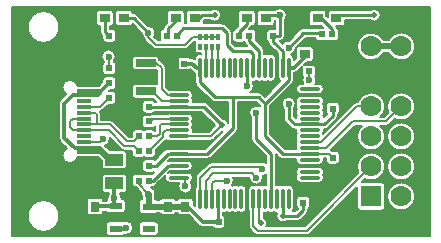
<source format=gtl>
G04 Layer: TopLayer*
G04 EasyEDA Pro v2.1.49.573a4102.674264, 2024-02-29 22:23:28*
G04 Gerber Generator version 0.3*
G04 Scale: 100 percent, Rotated: No, Reflected: No*
G04 Dimensions in millimeters*
G04 Leading zeros omitted, absolute positions, 3 integers and 5 decimals*
%FSLAX35Y35*%
%MOMM*%
%ADD8191C,0.2032*%
%ADD10R,0.56566X0.54*%
%ADD11R,0.8X0.9*%
%ADD12R,0.56566X0.54*%
%ADD13R,1.55001X1.0*%
%ADD14R,1.1049X0.6223*%
%ADD15R,0.3096X0.505*%
%ADD16R,0.3X0.505*%
%ADD17R,1.7X0.65001*%
%ADD18R,1.7X0.5*%
%ADD19R,0.54X0.56566*%
%ADD20R,1.3X0.3*%
%ADD21O,1.8X1.2*%
%ADD22O,2.0X1.2*%
%ADD23R,0.54X0.56566*%
%ADD24O,0.28001X1.8*%
%ADD25O,1.8X0.28001*%
%ADD26R,1.778X1.778*%
%ADD27C,1.778*%
%ADD28R,0.9X0.8*%
%ADD29R,0.9X0.8*%
%ADD30C,0.6*%
%ADD31C,0.5*%
%ADD32C,0.15001*%
%ADD33C,0.3*%
%ADD34C,0.25*%
G75*


G04 Copper Start*
G36*
G01X1969586Y969578D02*
G01X1969586Y-969586D01*
G01X-1569583D01*
G01Y968689D01*
G01X1969586Y969578D01*
G37*
%LPC*%
G36*
G01X928989Y-962922D02*
G03X955799Y-951817I0J37915D01*
G01X1353683Y-553933D01*
G01Y-723900D01*
G03X1384097Y-754314I30414J0D01*
G01X1561897D01*
G03X1592311Y-723900I0J30414D01*
G01Y-546100D01*
G03X1561897Y-515686I-30414J0D01*
G01X1391930D01*
G01X1419812Y-487804D01*
G03X1472997Y-500314I53185J106804D01*
G03X1592311Y-381000I0J119314D01*
G03X1472997Y-261686I-119314J0D01*
G03X1353683Y-381000I0J-119314D01*
G03X1366192Y-434185I119314J0D01*
G01X913285Y-887093D01*
G01X587166D01*
G03X592918Y-862507I-49661J24586D01*
G03X562908Y-813259I-55414J0D01*
G01Y-773724D01*
G03X575006Y-775404I12098J42735D01*
G03X600000Y-767704I0J44414D01*
G03X624993Y-775404I24994J36715D01*
G03X649999Y-767695I0J44414D01*
G03X675006Y-775404I25006J36706D01*
G01X675354Y-775402D01*
G03X669592Y-800007I49652J-24604D01*
G03X725006Y-855420I55414J0D01*
G03X760064Y-842920I0J55414D01*
G01X849993D01*
G03X880338Y-830351I0J42914D01*
G01X928908Y-781782D01*
G03X941477Y-751437I-30345J30345D01*
G01Y-740765D01*
G03X955977Y-714846I-15914J25918D01*
G01Y-658280D01*
G03X925563Y-627866I-30414J0D01*
G01X871563D01*
G03X841149Y-658280I0J-30414D01*
G01Y-714846D01*
G03X851557Y-737754I30414J0D01*
G01X832218Y-757093D01*
G01X810940D01*
G03X819420Y-730989I-35934J26103D01*
G01Y-578991D01*
G03X775006Y-534576I-44414J0D01*
G03X749999Y-542285I0J-44414D01*
G03X724993Y-534576I-25006J-36706D01*
G03X699999Y-542276I0J-44414D01*
G03X675006Y-534576I-24994J-36715D01*
G03X667907Y-535147I0J-44414D01*
G01Y-278597D01*
G01X694661Y-305351D01*
G03X725006Y-317920I30345J30345D01*
G01X835143D01*
G03X834576Y-324993I43848J-7073D01*
G03X878991Y-369408I44414J0D01*
G01X1030989D01*
G03X1075404Y-324993I0J44414D01*
G03X1073731Y-312921I-44414J0D01*
G01X1092584D01*
G01Y-335001D01*
G03X1122998Y-365415I30414J0D01*
G01X1176998D01*
G03X1207412Y-335001I0J30414D01*
G01Y-278435D01*
G03X1176998Y-248021I-30414J0D01*
G01X1144919D01*
G03X1133389Y-240230I-26633J-26985D01*
G01X1335704Y-37915D01*
G01X1393627D01*
G03X1353683Y-127000I79370J-89085D01*
G03X1472997Y-246314I119314J0D01*
G03X1592311Y-127000I0J119314D01*
G03X1552367Y-37915I-119314J0D01*
G01X1599997D01*
G03X1626806Y-26810I0J37915D01*
G01X1673812Y20196D01*
G03X1726997Y7686I53185J106804D01*
G03X1846311Y127000I0J119314D01*
G03X1726997Y246314I-119314J0D01*
G03X1607683Y127000I0J-119314D01*
G03X1620192Y73815I119314J0D01*
G01X1584292Y37915D01*
G01X1552367D01*
G03X1592311Y127000I-79370J89085D01*
G03X1472997Y246314I-119314J0D01*
G03X1359867Y164915I0J-119314D01*
G01X1351998D01*
G03X1325188Y153810I0J-37915D01*
G01X1069135Y-102244D01*
G03X1067704Y-100000I-38145J-22750D01*
G03X1075404Y-75006I-36715J24994D01*
G03X1074833Y-67908I-44414J0D01*
G01X1075006D01*
G03X1105351Y-55339I0J42914D01*
G01X1180342Y19653D01*
G03X1192912Y49998I-30345J30345D01*
G01Y54932D01*
G03X1207412Y80851I-15914J25918D01*
G01Y137417D01*
G03X1176998Y167831I-30414J0D01*
G01X1122998D01*
G03X1092584Y137417I0J-30414D01*
G01Y80851D01*
G03X1100120Y60810I30414J0D01*
G01X1074271Y34960D01*
G03X1067695Y50000I-43282J-9967D01*
G03X1075404Y75006I-36706J25006D01*
G03X1067704Y100000I-44414J0D01*
G03X1075404Y124993I-36715J24994D01*
G03X1067695Y149999I-44414J0D01*
G03X1075404Y175006I-36706J25006D01*
G03X1030989Y219420I-44414J0D01*
G01X878991D01*
G03X834576Y175006I0J-44414D01*
G03X842285Y149999I44414J0D01*
G03X834576Y124993I36706J-25006D01*
G03X842276Y100000I44414J0D01*
G03X834576Y75006I36715J-24994D01*
G03X842285Y50000I44414J0D01*
G03X834590Y26099I36706J-25006D01*
G01X817912Y42777D01*
G01Y107476D01*
G03X835412Y150000I-42914J42523D01*
G03X774998Y210414I-60414J0D01*
G03X714585Y150000I0J-60414D01*
G03X732085Y107476I60414J0D01*
G01Y25001D01*
G03X744654Y-5343I42914J0D01*
G01X794649Y-55339D01*
G03X824994Y-67908I30345J30345D01*
G01X835147D01*
G03X834576Y-75006I43843J-7099D01*
G03X842276Y-100000I44414J0D01*
G03X834576Y-124994I36715J-24994D01*
G03X842285Y-150000I44414J0D01*
G03X834576Y-175006I36706J-25006D01*
G03X842276Y-200000I44414J0D01*
G03X834576Y-224993I36715J-24994D01*
G03X835147Y-232092I44414J0D01*
G01X742781D01*
G01X615428Y-104739D01*
G01Y129739D01*
G01X805350Y319662D01*
G03X817919Y350006I-30345J30345D01*
G01Y367543D01*
G03X819420Y378991I-42914J11447D01*
G01Y409617D01*
G03X849605Y422877I-1927J45373D01*
G01X890365Y463637D01*
G03X888051Y451999I28099J-11638D01*
G01Y397999D01*
G03X896132Y377353I30414J0D01*
G03X889584Y349999I53867J-27354D01*
G03X897895Y319420I60414J0D01*
G01X878991D01*
G03X834576Y275006I0J-44414D01*
G03X878991Y230591I44414J0D01*
G01X1030989D01*
G03X1075404Y275006I0J44414D01*
G03X1030989Y319420I-44414J0D01*
G01X1002101D01*
G03X1010412Y349999I-52103J30579D01*
G03X1001066Y382278I-60414J0D01*
G03X1005444Y397999I-26036J15721D01*
G01Y451999D01*
G03X975030Y482413I-30414J0D01*
G01X918465D01*
G03X906827Y480099I0J-30414D01*
G01X926294Y499566D01*
G01X955142D01*
G03X985556Y529980I0J30414D01*
G01Y609979D01*
G03X955142Y640393I-30414J0D01*
G01X865142D01*
G03X834728Y609979I0J-30414D01*
G01Y536450D01*
G01X819420Y521142D01*
G01Y530989D01*
G03X797855Y569075I-44414J0D01*
G03X835412Y624722I-22856J55923D01*
G01X917782Y707092D01*
G01X998223D01*
G03X1028444Y680092I30222J3414D01*
G01X1085010D01*
G03X1100009Y684047I0J30414D01*
G03X1115008Y680092I14999J26458D01*
G01X1171573D01*
G03X1201987Y710506I0J30414D01*
G01Y764506D01*
G03X1185007Y791793I-30414J0D01*
G03X1179604Y804593I-41716J-10068D01*
G01X1225019D01*
G03X1255433Y835007I0J30414D01*
G01Y857086D01*
G01X1464942D01*
G03X1500000Y844586I35058J42914D01*
G03X1555414Y900000I0J55414D01*
G03X1500000Y955414I-55414J0D01*
G03X1464942Y942914I0J-55414D01*
G01X1237111D01*
G03X1225019Y945421I-12092J-27907D01*
G01X1135019D01*
G03X1104605Y915007I0J-30414D01*
G01Y881100D01*
G01X1095413Y890292D01*
G01Y915007D01*
G03X1064999Y945421I-30414J0D01*
G01X974999D01*
G03X944585Y915007I0J-30414D01*
G01Y835007D01*
G03X974999Y804593I30414J0D01*
G01X1059733D01*
G01X1069406Y794920D01*
G01X1028444D01*
G03X1017597Y792920I0J-30414D01*
G01X900006D01*
G03X869661Y780351I0J-42914D01*
G01X774723Y685412D01*
G03X723730Y656959I276J-60413D01*
G01X698604Y682085D01*
G01X700000D01*
G03X742914Y724999I0J42914D01*
G01Y857477D01*
G03X760414Y900000I-42914J42523D01*
G03X700000Y960414I-60414J0D01*
G03X657477Y942914I0J-60414D01*
G01X637106D01*
G03X625014Y945421I-12092J-27907D01*
G01X535014D01*
G03X504600Y915007I0J-30414D01*
G01Y835007D01*
G03X535014Y804593I30414J0D01*
G01X625014D01*
G03X655428Y835007I0J30414D01*
G01Y857086D01*
G01X657086D01*
G01Y782413D01*
G01X614998D01*
G03X584584Y751999I0J-30414D01*
G01Y697998D01*
G03X600731Y671138I30414J0D01*
G03X612936Y646375I42549J5581D01*
G01X682079Y577231D01*
G01Y542436D01*
G03X680579Y530989I42914J-11447D01*
G01Y378991D01*
G03X704104Y339795I44414J0D01*
G01X574999Y210689D01*
G01X550271Y235418D01*
G03X519926Y247987I-30345J-30345D01*
G01X450732D01*
G03X480414Y300000I-30733J52013D01*
G03X469280Y334947I-60414J0D01*
G03X475006Y334576I5726J44044D01*
G03X500000Y342276I0J44414D01*
G03X524993Y334576I24994J36715D01*
G03X550000Y342285I0J44414D01*
G03X575006Y334576I25006J36706D01*
G03X600000Y342276I0J44414D01*
G03X624993Y334576I24994J36715D01*
G03X669408Y378991I0J44414D01*
G01Y530989D01*
G03X624993Y575404I-44414J0D01*
G03X600000Y567704I0J-44414D01*
G03X575006Y575404I-24994J-36715D01*
G03X567907Y574833I0J-44414D01*
G01Y600004D01*
G03X555338Y630349I-42914J0D01*
G01X499564Y686124D01*
G03X501978Y697998I-28000J11875D01*
G01Y751999D01*
G03X471564Y782413I-30414J0D01*
G01X439466D01*
G01X450339Y793286D01*
G03X458454Y804593I-30345J30345D01*
G01X464994D01*
G03X495408Y835007I0J30414D01*
G01Y915007D01*
G03X464994Y945421I-30414J0D01*
G01X374994D01*
G03X344580Y915007I0J-30414D01*
G01Y835007D01*
G03X351440Y815766I30414J0D01*
G01X326373Y790699D01*
G03X319059Y780932I30345J-30345D01*
G03X298021Y751999I9376J-28933D01*
G01Y697998D01*
G03X328435Y667584I30414J0D01*
G01X385000D01*
G01X385001D01*
G03X399999Y671540I0J30414D01*
G01X401837Y670579D01*
G03X412936Y651372I41443J11138D01*
G01X421394Y642914D01*
G01X317775D01*
G01X292914Y667776D01*
G01Y750000D01*
G03X280345Y780345I-42914J0D01*
G01X242838Y817851D01*
G03X212494Y830420I-30345J-30345D01*
G01X55076D01*
G03X55424Y835007I-30066J4587D01*
G01Y857058D01*
G01X55453Y857088D01*
G01X114939D01*
G03X150000Y844586I35061J42912D01*
G03X205414Y900000I0J55414D01*
G03X150000Y955414I-55414J0D01*
G03X114944Y942916I0J-55414D01*
G01X37678D01*
G01X37107Y942912D01*
G03X25010Y945421I-12097J-27905D01*
G01X-64990D01*
G03X-95404Y915007I0J-30414D01*
G01Y835007D01*
G03X-95056Y830420I30414J0D01*
G01X-104944D01*
G03X-104596Y835007I-30066J4587D01*
G01Y915007D01*
G03X-135010Y945421I-30414J0D01*
G01X-225010D01*
G03X-255424Y915007I0J-30414D01*
G01Y836646D01*
G01X-273625Y818445D01*
G03X-286194Y788100I30345J-30345D01*
G01Y782338D01*
G03X-314480Y751999I2128J-30339D01*
G01Y697998D01*
G03X-312760Y687915I30414J0D01*
G01X-334295D01*
G01X-362493Y716112D01*
G03X-352089Y750006I-50010J33894D01*
G03X-412227Y810419I-60414J0D01*
G01X-507160Y905352D01*
G03X-537504Y917921I-30345J-30345D01*
G01X-544716D01*
G03X-574990Y945421I-30274J-2914D01*
G01X-664990D01*
G03X-695404Y915007I0J-30414D01*
G01Y835007D01*
G03X-664990Y804593I30414J0D01*
G01X-574990D01*
G03X-546794Y823607I0J30414D01*
G01X-472917Y749730D01*
G03X-448864Y701759I60413J276D01*
G03X-439313Y685694I36360J10744D01*
G01X-376810Y623190D01*
G03X-350000Y612085I26810J26810D01*
G01X-100000D01*
G03X-73190Y623190I0J37915D01*
G01X-17301Y679080D01*
G03X-14883Y674999I27295J13417D01*
G03X-20420Y657501I24876J-17498D01*
G01Y607000D01*
G03X9994Y576586I30414J0D01*
G01X37092D01*
G01Y573724D01*
G03X24994Y575404I-12098J-42735D01*
G03X-19420Y530989I0J-44414D01*
G01Y530629D01*
G03X-40299Y535713I-20879J-40330D01*
G01X-54229D01*
G03X-78435Y547713I-24206J-18414D01*
G01X-135001D01*
G03X-165415Y517299I0J-30414D01*
G01Y463299D01*
G03X-135001Y432885I30414J0D01*
G01X-78435D01*
G03X-56478Y442253I0J30414D01*
G01X-37102Y422877D01*
G03X-19420Y411930I32112J32112D01*
G01Y378991D01*
G03X-17920Y367543I44414J0D01*
G01Y335005D01*
G03X-5350Y304661I42914J0D01*
G01X124582Y174728D01*
G03X154927Y162159I30345J30345D01*
G01X262159D01*
G01Y-11289D01*
G03X215554Y25135I-52159J-18711D01*
G01X85351Y155338D01*
G03X55007Y167907I-30345J-30345D01*
G01X-35147D01*
G03X-34576Y175006I-43843J7099D01*
G03X-42276Y199999I-44414J0D01*
G03X-34576Y224993I-36715J24994D01*
G03X-78991Y269407I-44414J0D01*
G01X-230989D01*
G03X-239887Y268507I0J-44414D01*
G01X-262085Y290705D01*
G01Y450000D01*
G03X-273190Y476810I-37915J0D01*
G01X-318179Y521799D01*
G03X-321151Y524472I-26810J-26810D01*
G01Y527489D01*
G03X-351565Y557903I-30414J0D01*
G01X-521565D01*
G03X-551979Y527489I0J-30414D01*
G01Y462488D01*
G03X-521565Y432074I30414J0D01*
G01X-351565D01*
G03X-338597Y434978I0J30414D01*
G01X-337914Y434295D01*
G01Y314689D01*
G03X-351565Y317924I-13650J-27179D01*
G01X-521565D01*
G03X-551979Y287510I0J-30414D01*
G01Y222509D01*
G03X-521565Y192095I30414J0D01*
G01X-370714D01*
G01X-346526Y167907D01*
G01X-352513D01*
G03X-378436Y182414I-25922J-15907D01*
G01X-435001D01*
G03X-465415Y152000I0J-30414D01*
G01Y98000D01*
G03X-435001Y67586I30414J0D01*
G01X-378436D01*
G03X-352521Y82079I0J30414D01*
G01X-242437D01*
G03X-230989Y80579I11447J42914D01*
G01X-78991D01*
G03X-67544Y82079I0J44414D01*
G01X37231D01*
G01X152845Y-33535D01*
G01X99302Y-87079D01*
G01X-36249D01*
G03X-34576Y-75006I-42742J12073D01*
G03X-42285Y-50000I-44414J0D01*
G03X-34576Y-24994I-36706J25006D01*
G03X-42276Y-0I-44414J0D01*
G03X-34576Y24993I-36715J24994D01*
G03X-78991Y69408I-44414J0D01*
G01X-230989D01*
G03X-254122Y62908I0J-44414D01*
G01X-375007D01*
G03X-394664Y57414I0J-37915D01*
G01X-435000D01*
G03X-465414Y27000I0J-30414D01*
G01Y-27000D01*
G03X-435000Y-57414I30414J0D01*
G01X-378435D01*
G03X-355642Y-47138I0J30414D01*
G01Y-77862D01*
G03X-378435Y-67586I-22792J-20138D01*
G01X-435000D01*
G03X-449999Y-71541I0J-30414D01*
G03X-464998Y-67586I-14999J-26458D01*
G01X-521564D01*
G03X-551978Y-98000I0J-30414D01*
G01Y-129286D01*
G01X-579602D01*
G01X-710703Y1816D01*
G03X-737513Y12920I-26809J-26809D01*
G01X-812093D01*
G01Y60006D01*
G03X-823198Y86815I-37914J0D01*
G01X-823489Y87107D01*
G03X-798195Y98181I-1515J37884D01*
G01X-753790Y142586D01*
G01X-714999D01*
G03X-684585Y173000I0J30414D01*
G01Y227000D01*
G03X-714999Y257414I-30414J0D01*
G01X-746633D01*
G01X-736463Y267585D01*
G01X-714997D01*
G03X-684583Y297999I0J30414D01*
G01Y352000D01*
G03X-714997Y382414I-30414J0D01*
G01X-771563D01*
G03X-801977Y352000I0J-30414D01*
G01Y330521D01*
G01X-832091Y300407D01*
G01X-958496D01*
G01X-958977Y300405D01*
G01X-1012089D01*
G03X-1076502Y354416I-64414J-11403D01*
G03X-1141917Y289001I0J-65415D01*
G03X-1107748Y231531I65415J0D01*
G01X-1157053Y182226D01*
G03X-1170354Y150114I32112J-32112D01*
G01Y-137414D01*
G03X-1157099Y-169480I45414J0D01*
G01X-1099125Y-227622D01*
G03X-1141917Y-289001I22623J-61379D01*
G03X-1076502Y-354416I65415J0D01*
G03X-1012093Y-300430I0J65415D01*
G01X-958519D01*
G01X-893519D01*
G01X-838697D01*
G01X-807913Y-331214D01*
G01Y-375016D01*
G03X-777499Y-405430I30414J0D01*
G01X-622498D01*
G03X-592084Y-375016I0J30414D01*
G01Y-275016D01*
G03X-614351Y-245714I-30414J0D01*
G01X-551979D01*
G01Y-277000D01*
G03X-521565Y-307414I30414J0D01*
G01X-464999D01*
G03X-450000Y-303459I0J30414D01*
G03X-435001Y-307414I14999J26458D01*
G01X-378436D01*
G03X-348022Y-277000I0J30414D01*
G01Y-244922D01*
G01X-260914Y-157814D01*
G03X-230989Y-169408I29925J32820D01*
G01X-78991D01*
G03X-55858Y-162908I0J44414D01*
G01X115006D01*
G03X141816Y-151803I0J37915D01*
G01X208233Y-85386D01*
G01X210000Y-85414D01*
G03X214044Y-85266I0J55414D01*
G01X67218Y-232092D01*
G01X-67544D01*
G03X-78991Y-230592I-11447J-42914D01*
G01X-230989D01*
G03X-242437Y-232092I0J-44414D01*
G01X-250006D01*
G03X-280351Y-244661I0J-42914D01*
G01X-359717Y-324028D01*
G03X-378436Y-317585I-18718J-23971D01*
G01X-435001D01*
G03X-465415Y-347999I0J-30414D01*
G01Y-401999D01*
G03X-435001Y-432413I30414J0D01*
G01X-378436D01*
G03X-364950Y-429260I0J30414D01*
G01X-378276Y-442586D01*
G01X-378436D01*
G01X-435001D01*
G03X-450000Y-446541I0J-30414D01*
G03X-464999Y-442586I-14999J-26458D01*
G01X-521565D01*
G03X-551979Y-473000I0J-30414D01*
G01Y-527000D01*
G03X-521565Y-557414I30414J0D01*
G01X-521168D01*
G01X-520091Y-558536D01*
G01X-472572Y-606055D01*
G03X-472917Y-612505I60069J-6450D01*
G03X-465701Y-641138I60414J0D01*
G01Y-658268D01*
G03X-495951Y-688682I164J-30414D01*
G01Y-750912D01*
G03X-465537Y-781326I30414J0D01*
G01X-355047D01*
G03X-337008Y-775398I0J30414D01*
G01X-318500D01*
G03X-289977Y-795258I28524J10554D01*
G01X-209977D01*
G03X-181453Y-775398I0J30414D01*
G01X-168499D01*
G03X-139975Y-795258I28524J10554D01*
G01X-68967D01*
G01X17725Y-881950D01*
G03X49838Y-895251I32112J32112D01*
G01X129103D01*
G03X153437Y-907421I24334J18244D01*
G01X210003D01*
G03X240417Y-877007I0J30414D01*
G01Y-823007D01*
G03X217921Y-793641I-30414J0D01*
G01Y-774837D01*
G03X224994Y-775404I7073J43848D01*
G03X250000Y-767695I0J44414D01*
G03X275007Y-775404I25006J36706D01*
G03X300000Y-767704I0J44414D01*
G03X324994Y-775404I24994J36715D01*
G03X350000Y-767695I0J44414D01*
G03X375006Y-775404I25006J36706D01*
G03X419421Y-730989I0J44414D01*
G01Y-578991D01*
G03X375006Y-534576I-44414J0D01*
G03X350000Y-542285I0J-44414D01*
G03X324994Y-534576I-25006J-36706D01*
G03X300000Y-542276I0J-44414D01*
G03X295594Y-539636I-24994J-36715D01*
G03X310414Y-500000I-45594J39636D01*
G03X305187Y-475418I-60414J0D01*
G01X439587D01*
G03X499999Y-535413I60412J419D01*
G03X560413Y-474999I0J60414D01*
G03X558474Y-459817I-60414J0D01*
G03X582079Y-451193I-8474J59817D01*
G01Y-535143D01*
G03X575006Y-534576I-7073J-43848D01*
G03X550000Y-542285I0J-44414D01*
G03X524993Y-534576I-25006J-36706D01*
G03X500000Y-542276I0J-44414D01*
G03X475006Y-534576I-24994J-36715D01*
G03X430592Y-578991I0J-44414D01*
G01Y-730989D01*
G03X437092Y-754122I44414J0D01*
G01Y-887510D01*
G03X448197Y-914319I37915J0D01*
G01X485695Y-951817D01*
G03X512504Y-962922I26810J26810D01*
G01X928989D01*
G37*
G36*
G01X-935264Y-764844D02*
G03X-904850Y-795258I30414J0D01*
G01X-824850D01*
G03X-794436Y-764844I0J30414D01*
G01Y-762671D01*
G01X-771780D01*
G03X-744937Y-778786I26843J14299D01*
G01X-634447D01*
G03X-604033Y-748372I0J30414D01*
G01Y-686142D01*
G03X-634447Y-655728I-30414J0D01*
G01X-639858D01*
G03X-639586Y-650000I-60142J5728D01*
G03X-654586Y-610158I-60414J0D01*
G01Y-605430D01*
G01X-622498D01*
G03X-592084Y-575016I0J30414D01*
G01Y-475016D01*
G03X-622498Y-444602I-30414J0D01*
G01X-777499D01*
G03X-807913Y-475016I0J-30414D01*
G01Y-575016D01*
G03X-777499Y-605430I30414J0D01*
G01X-745414D01*
G01Y-610158D01*
G03X-760414Y-650000I45414J-39842D01*
G03X-759658Y-659528I60414J0D01*
G03X-771780Y-671843I14721J-26614D01*
G01X-794584D01*
G03X-824850Y-644430I-30265J-3002D01*
G01X-904850D01*
G03X-935264Y-674844I0J-30414D01*
G01Y-764844D01*
G37*
G36*
G01X1472997Y515686D02*
G03X1578662Y579586I0J119314D01*
G01X1621332D01*
G03X1726997Y515686I105665J55414D01*
G03X1846311Y635000I0J119314D01*
G03X1726997Y754314I-119314J0D01*
G03X1621332Y690414I0J-119314D01*
G01X1578662D01*
G03X1472997Y754314I-105665J-55414D01*
G03X1353683Y635000I0J-119314D01*
G03X1472997Y515686I119314J0D01*
G37*
G36*
G01X-1300011Y-935422D02*
G03X-1164596Y-800007I0J135415D01*
G03X-1300011Y-664592I-135415J0D01*
G03X-1435426Y-800007I0J-135415D01*
G03X-1300011Y-935422I135415J0D01*
G37*
G36*
G01X-1299997Y664582D02*
G03X-1164582Y799997I0J135415D01*
G03X-1299997Y935412I-135415J0D01*
G03X-1435412Y799997I0J-135415D01*
G03X-1299997Y664582I135415J0D01*
G37*
G36*
G01X1726997Y-754314D02*
G03X1846311Y-635000I0J119314D01*
G03X1726997Y-515686I-119314J0D01*
G03X1607683Y-635000I0J-119314D01*
G03X1726997Y-754314I119314J0D01*
G37*
G36*
G01X1726997Y-500314D02*
G03X1846311Y-381000I0J119314D01*
G03X1726997Y-261686I-119314J0D01*
G03X1607683Y-381000I0J-119314D01*
G03X1726997Y-500314I119314J0D01*
G37*
G36*
G01X1607683Y-127000D02*
G03X1726997Y-246314I119314J0D01*
G03X1846311Y-127000I0J119314D01*
G03X1726997Y-7686I-119314J0D01*
G03X1607683Y-127000I0J-119314D01*
G37*
G36*
G01X-801977Y698006D02*
G03X-771563Y667592I30414J0D01*
G01X-714997D01*
G03X-684583Y698006I0J30414D01*
G01Y752006D01*
G03X-714997Y782420I-30414J0D01*
G01X-737096D01*
G01Y804593D01*
G01X-735010D01*
G03X-704596Y835007I0J30414D01*
G01Y915007D01*
G03X-735010Y945421I-30414J0D01*
G01X-825010D01*
G03X-855424Y915007I0J-30414D01*
G01Y835007D01*
G03X-825010Y804593I30414J0D01*
G01X-822924D01*
G01Y761736D01*
G03X-810355Y731391I42914J0D01*
G01X-801977Y723013D01*
G01Y698006D01*
G37*
G36*
G01X834576Y-475006D02*
G03X878991Y-519420I44414J0D01*
G01X1030989D01*
G03X1075404Y-475006I0J44414D01*
G03X1067695Y-449999I-44414J0D01*
G03X1075404Y-424993I-36706J25006D01*
G03X1030989Y-380579I-44414J0D01*
G01X878991D01*
G03X834576Y-424993I0J-44414D01*
G03X842285Y-449999I44414J0D01*
G03X834576Y-475006I36706J-25006D01*
G37*
G36*
G01X-634447Y-969286D02*
G03X-611859Y-959238I0J30414D01*
G03X-600000Y-960414I11859J59239D01*
G03X-539586Y-900000I0J60414D01*
G03X-600000Y-839586I-60414J0D01*
G03X-628614Y-846792I0J-60414D01*
G03X-634447Y-846228I-5833J-29849D01*
G01X-744937D01*
G03X-775351Y-876642I0J-30414D01*
G01Y-938872D01*
G03X-744937Y-969286I30414J0D01*
G01X-634447D01*
G37*
G36*
G01X-801979Y423000D02*
G03X-771565Y392586I30414J0D01*
G01X-714999D01*
G03X-684585Y423000I0J30414D01*
G01Y477000D01*
G03X-707980Y506593I-30414J0D01*
G03X-689586Y550000I-42020J43407D01*
G03X-750000Y610414I-60414J0D01*
G03X-810414Y550000I0J-60414D01*
G03X-787927Y502975I60414J0D01*
G01Y502638D01*
G03X-801979Y477000I16363J-25637D01*
G01Y423000D01*
G37*
G36*
G01X-355047Y-969286D02*
G03X-324633Y-938872I0J30414D01*
G01Y-876642D01*
G03X-355047Y-846228I-30414J0D01*
G01X-465537D01*
G03X-495951Y-876642I0J-30414D01*
G01Y-938872D01*
G03X-465537Y-969286I30414J0D01*
G01X-355047D01*
G37*
%LPD*%
G36*
G01X-741170Y-244603D02*
G01X-779082Y-206690D01*
G03X-739584Y-150012I-20916J56678D01*
G03X-740833Y-137792I-60414J0D01*
G01X-644016Y-234609D01*
G03X-626319Y-244603I26809J26809D01*
G01X-741170D01*
G37*
G36*
G01X-19420Y-716355D02*
G01X-29562Y-706213D01*
G01Y-674844D01*
G03X-59975Y-644430I-30414J0D01*
G01X-139975D01*
G03X-168602Y-664571I0J-30414D01*
G01X-181350D01*
G03X-209977Y-644430I-28626J-10274D01*
G01X-289977D01*
G03X-318603Y-664571I0J-30414D01*
G01X-336508D01*
G03X-354873Y-658268I-18538J-24111D01*
G01Y-630633D01*
G03X-352089Y-612505I-57630J18128D01*
G03X-387707Y-557414I-60414J0D01*
G01X-378436D01*
G03X-348843Y-534021I0J30414D01*
G03X-344656Y-530345I-26157J34021D01*
G01X-271807Y-457496D01*
G03X-275404Y-475006I40817J-17510D01*
G03X-230989Y-519420I44414J0D01*
G01X-152103D01*
G03X-160414Y-549999I52104J-30579D01*
G03X-100000Y-610413I60414J0D01*
G03X-39586Y-549999I0J60414D01*
G03X-53528Y-511396I-60414J0D01*
G03X-34576Y-475006I-25463J36391D01*
G03X-78991Y-430591I-44414J0D01*
G01X-230989D01*
G03X-248499Y-434188I0J-44414D01*
G01X-233651Y-419340D01*
G03X-230989Y-419420I2662J44335D01*
G01X-78991D01*
G03X-34576Y-375006I0J44414D01*
G03X-78991Y-330591I-44414J0D01*
G01X-230989D01*
G03X-242437Y-332092I0J-44414D01*
G01X-246403D01*
G01X-233651Y-319341D01*
G03X-230989Y-319420I2662J44335D01*
G01X-78991D01*
G03X-67544Y-317920I0J44414D01*
G01X84994D01*
G03X115339Y-305351I0J42914D01*
G01X335418Y-85271D01*
G03X347987Y-54927I-30345J30345D01*
G01Y162159D01*
G01X502151D01*
G01X529600Y134710D01*
G01Y127665D01*
G03X499999Y135414I-29601J-52665D01*
G03X439585Y75000I0J-60414D01*
G03X457085Y32477I60414J0D01*
G01Y-149999D01*
G03X469654Y-180344I42914J0D01*
G01X582079Y-292769D01*
G01Y-348807D01*
G03X550000Y-339586I-32079J-51193D01*
G03X520849Y-347084I0J-60414D01*
G01X115001D01*
G03X88192Y-358189I0J-37915D01*
G01X-1815Y-448196D01*
G03X-12920Y-475006I26810J-26810D01*
G01Y-555858D01*
G03X-19420Y-578991I37915J-23133D01*
G01Y-716355D01*
G37*
G54D8191*
G01X1969586Y969578D02*
G01X1969586Y-969586D01*
G01X-1569583D01*
G01Y968689D01*
G01X1969586Y969578D01*
G01X928989Y-962922D02*
G03X955799Y-951817I0J37915D01*
G01X1353683Y-553933D01*
G01Y-723900D01*
G03X1384097Y-754314I30414J0D01*
G01X1561897D01*
G03X1592311Y-723900I0J30414D01*
G01Y-546100D01*
G03X1561897Y-515686I-30414J0D01*
G01X1391930D01*
G01X1419812Y-487804D01*
G03X1472997Y-500314I53185J106804D01*
G03X1592311Y-381000I0J119314D01*
G03X1472997Y-261686I-119314J0D01*
G03X1353683Y-381000I0J-119314D01*
G03X1366192Y-434185I119314J0D01*
G01X913285Y-887093D01*
G01X587166D01*
G03X592918Y-862507I-49661J24586D01*
G03X562908Y-813259I-55414J0D01*
G01Y-773724D01*
G03X575006Y-775404I12098J42735D01*
G03X600000Y-767704I0J44414D01*
G03X624993Y-775404I24994J36715D01*
G03X649999Y-767695I0J44414D01*
G03X675006Y-775404I25006J36706D01*
G01X675354Y-775402D01*
G03X669592Y-800007I49652J-24604D01*
G03X725006Y-855420I55414J0D01*
G03X760064Y-842920I0J55414D01*
G01X849993D01*
G03X880338Y-830351I0J42914D01*
G01X928908Y-781782D01*
G03X941477Y-751437I-30345J30345D01*
G01Y-740765D01*
G03X955977Y-714846I-15914J25918D01*
G01Y-658280D01*
G03X925563Y-627866I-30414J0D01*
G01X871563D01*
G03X841149Y-658280I0J-30414D01*
G01Y-714846D01*
G03X851557Y-737754I30414J0D01*
G01X832218Y-757093D01*
G01X810940D01*
G03X819420Y-730989I-35934J26103D01*
G01Y-578991D01*
G03X775006Y-534576I-44414J0D01*
G03X749999Y-542285I0J-44414D01*
G03X724993Y-534576I-25006J-36706D01*
G03X699999Y-542276I0J-44414D01*
G03X675006Y-534576I-24994J-36715D01*
G03X667907Y-535147I0J-44414D01*
G01Y-278597D01*
G01X694661Y-305351D01*
G03X725006Y-317920I30345J30345D01*
G01X835143D01*
G03X834576Y-324993I43848J-7073D01*
G03X878991Y-369408I44414J0D01*
G01X1030989D01*
G03X1075404Y-324993I0J44414D01*
G03X1073731Y-312921I-44414J0D01*
G01X1092584D01*
G01Y-335001D01*
G03X1122998Y-365415I30414J0D01*
G01X1176998D01*
G03X1207412Y-335001I0J30414D01*
G01Y-278435D01*
G03X1176998Y-248021I-30414J0D01*
G01X1144919D01*
G03X1133389Y-240230I-26633J-26985D01*
G01X1335704Y-37915D01*
G01X1393627D01*
G03X1353683Y-127000I79370J-89085D01*
G03X1472997Y-246314I119314J0D01*
G03X1592311Y-127000I0J119314D01*
G03X1552367Y-37915I-119314J0D01*
G01X1599997D01*
G03X1626806Y-26810I0J37915D01*
G01X1673812Y20196D01*
G03X1726997Y7686I53185J106804D01*
G03X1846311Y127000I0J119314D01*
G03X1726997Y246314I-119314J0D01*
G03X1607683Y127000I0J-119314D01*
G03X1620192Y73815I119314J0D01*
G01X1584292Y37915D01*
G01X1552367D01*
G03X1592311Y127000I-79370J89085D01*
G03X1472997Y246314I-119314J0D01*
G03X1359867Y164915I0J-119314D01*
G01X1351998D01*
G03X1325188Y153810I0J-37915D01*
G01X1069135Y-102244D01*
G03X1067704Y-100000I-38145J-22750D01*
G03X1075404Y-75006I-36715J24994D01*
G03X1074833Y-67908I-44414J0D01*
G01X1075006D01*
G03X1105351Y-55339I0J42914D01*
G01X1180342Y19653D01*
G03X1192912Y49998I-30345J30345D01*
G01Y54932D01*
G03X1207412Y80851I-15914J25918D01*
G01Y137417D01*
G03X1176998Y167831I-30414J0D01*
G01X1122998D01*
G03X1092584Y137417I0J-30414D01*
G01Y80851D01*
G03X1100120Y60810I30414J0D01*
G01X1074271Y34960D01*
G03X1067695Y50000I-43282J-9967D01*
G03X1075404Y75006I-36706J25006D01*
G03X1067704Y100000I-44414J0D01*
G03X1075404Y124993I-36715J24994D01*
G03X1067695Y149999I-44414J0D01*
G03X1075404Y175006I-36706J25006D01*
G03X1030989Y219420I-44414J0D01*
G01X878991D01*
G03X834576Y175006I0J-44414D01*
G03X842285Y149999I44414J0D01*
G03X834576Y124993I36706J-25006D01*
G03X842276Y100000I44414J0D01*
G03X834576Y75006I36715J-24994D01*
G03X842285Y50000I44414J0D01*
G03X834590Y26099I36706J-25006D01*
G01X817912Y42777D01*
G01Y107476D01*
G03X835412Y150000I-42914J42523D01*
G03X774998Y210414I-60414J0D01*
G03X714585Y150000I0J-60414D01*
G03X732085Y107476I60414J0D01*
G01Y25001D01*
G03X744654Y-5343I42914J0D01*
G01X794649Y-55339D01*
G03X824994Y-67908I30345J30345D01*
G01X835147D01*
G03X834576Y-75006I43843J-7099D01*
G03X842276Y-100000I44414J0D01*
G03X834576Y-124994I36715J-24994D01*
G03X842285Y-150000I44414J0D01*
G03X834576Y-175006I36706J-25006D01*
G03X842276Y-200000I44414J0D01*
G03X834576Y-224993I36715J-24994D01*
G03X835147Y-232092I44414J0D01*
G01X742781D01*
G01X615428Y-104739D01*
G01Y129739D01*
G01X805350Y319662D01*
G03X817919Y350006I-30345J30345D01*
G01Y367543D01*
G03X819420Y378991I-42914J11447D01*
G01Y409617D01*
G03X849605Y422877I-1927J45373D01*
G01X890365Y463637D01*
G03X888051Y451999I28099J-11638D01*
G01Y397999D01*
G03X896132Y377353I30414J0D01*
G03X889584Y349999I53867J-27354D01*
G03X897895Y319420I60414J0D01*
G01X878991D01*
G03X834576Y275006I0J-44414D01*
G03X878991Y230591I44414J0D01*
G01X1030989D01*
G03X1075404Y275006I0J44414D01*
G03X1030989Y319420I-44414J0D01*
G01X1002101D01*
G03X1010412Y349999I-52103J30579D01*
G03X1001066Y382278I-60414J0D01*
G03X1005444Y397999I-26036J15721D01*
G01Y451999D01*
G03X975030Y482413I-30414J0D01*
G01X918465D01*
G03X906827Y480099I0J-30414D01*
G01X926294Y499566D01*
G01X955142D01*
G03X985556Y529980I0J30414D01*
G01Y609979D01*
G03X955142Y640393I-30414J0D01*
G01X865142D01*
G03X834728Y609979I0J-30414D01*
G01Y536450D01*
G01X819420Y521142D01*
G01Y530989D01*
G03X797855Y569075I-44414J0D01*
G03X835412Y624722I-22856J55923D01*
G01X917782Y707092D01*
G01X998223D01*
G03X1028444Y680092I30222J3414D01*
G01X1085010D01*
G03X1100009Y684047I0J30414D01*
G03X1115008Y680092I14999J26458D01*
G01X1171573D01*
G03X1201987Y710506I0J30414D01*
G01Y764506D01*
G03X1185007Y791793I-30414J0D01*
G03X1179604Y804593I-41716J-10068D01*
G01X1225019D01*
G03X1255433Y835007I0J30414D01*
G01Y857086D01*
G01X1464942D01*
G03X1500000Y844586I35058J42914D01*
G03X1555414Y900000I0J55414D01*
G03X1500000Y955414I-55414J0D01*
G03X1464942Y942914I0J-55414D01*
G01X1237111D01*
G03X1225019Y945421I-12092J-27907D01*
G01X1135019D01*
G03X1104605Y915007I0J-30414D01*
G01Y881100D01*
G01X1095413Y890292D01*
G01Y915007D01*
G03X1064999Y945421I-30414J0D01*
G01X974999D01*
G03X944585Y915007I0J-30414D01*
G01Y835007D01*
G03X974999Y804593I30414J0D01*
G01X1059733D01*
G01X1069406Y794920D01*
G01X1028444D01*
G03X1017597Y792920I0J-30414D01*
G01X900006D01*
G03X869661Y780351I0J-42914D01*
G01X774723Y685412D01*
G03X723730Y656959I276J-60413D01*
G01X698604Y682085D01*
G01X700000D01*
G03X742914Y724999I0J42914D01*
G01Y857477D01*
G03X760414Y900000I-42914J42523D01*
G03X700000Y960414I-60414J0D01*
G03X657477Y942914I0J-60414D01*
G01X637106D01*
G03X625014Y945421I-12092J-27907D01*
G01X535014D01*
G03X504600Y915007I0J-30414D01*
G01Y835007D01*
G03X535014Y804593I30414J0D01*
G01X625014D01*
G03X655428Y835007I0J30414D01*
G01Y857086D01*
G01X657086D01*
G01Y782413D01*
G01X614998D01*
G03X584584Y751999I0J-30414D01*
G01Y697998D01*
G03X600731Y671138I30414J0D01*
G03X612936Y646375I42549J5581D01*
G01X682079Y577231D01*
G01Y542436D01*
G03X680579Y530989I42914J-11447D01*
G01Y378991D01*
G03X704104Y339795I44414J0D01*
G01X574999Y210689D01*
G01X550271Y235418D01*
G03X519926Y247987I-30345J-30345D01*
G01X450732D01*
G03X480414Y300000I-30733J52013D01*
G03X469280Y334947I-60414J0D01*
G03X475006Y334576I5726J44044D01*
G03X500000Y342276I0J44414D01*
G03X524993Y334576I24994J36715D01*
G03X550000Y342285I0J44414D01*
G03X575006Y334576I25006J36706D01*
G03X600000Y342276I0J44414D01*
G03X624993Y334576I24994J36715D01*
G03X669408Y378991I0J44414D01*
G01Y530989D01*
G03X624993Y575404I-44414J0D01*
G03X600000Y567704I0J-44414D01*
G03X575006Y575404I-24994J-36715D01*
G03X567907Y574833I0J-44414D01*
G01Y600004D01*
G03X555338Y630349I-42914J0D01*
G01X499564Y686124D01*
G03X501978Y697998I-28000J11875D01*
G01Y751999D01*
G03X471564Y782413I-30414J0D01*
G01X439466D01*
G01X450339Y793286D01*
G03X458454Y804593I-30345J30345D01*
G01X464994D01*
G03X495408Y835007I0J30414D01*
G01Y915007D01*
G03X464994Y945421I-30414J0D01*
G01X374994D01*
G03X344580Y915007I0J-30414D01*
G01Y835007D01*
G03X351440Y815766I30414J0D01*
G01X326373Y790699D01*
G03X319059Y780932I30345J-30345D01*
G03X298021Y751999I9376J-28933D01*
G01Y697998D01*
G03X328435Y667584I30414J0D01*
G01X385000D01*
G01X385001D01*
G03X399999Y671540I0J30414D01*
G01X401837Y670579D01*
G03X412936Y651372I41443J11138D01*
G01X421394Y642914D01*
G01X317775D01*
G01X292914Y667776D01*
G01Y750000D01*
G03X280345Y780345I-42914J0D01*
G01X242838Y817851D01*
G03X212494Y830420I-30345J-30345D01*
G01X55076D01*
G03X55424Y835007I-30066J4587D01*
G01Y857058D01*
G01X55453Y857088D01*
G01X114939D01*
G03X150000Y844586I35061J42912D01*
G03X205414Y900000I0J55414D01*
G03X150000Y955414I-55414J0D01*
G03X114944Y942916I0J-55414D01*
G01X37678D01*
G01X37107Y942912D01*
G03X25010Y945421I-12097J-27905D01*
G01X-64990D01*
G03X-95404Y915007I0J-30414D01*
G01Y835007D01*
G03X-95056Y830420I30414J0D01*
G01X-104944D01*
G03X-104596Y835007I-30066J4587D01*
G01Y915007D01*
G03X-135010Y945421I-30414J0D01*
G01X-225010D01*
G03X-255424Y915007I0J-30414D01*
G01Y836646D01*
G01X-273625Y818445D01*
G03X-286194Y788100I30345J-30345D01*
G01Y782338D01*
G03X-314480Y751999I2128J-30339D01*
G01Y697998D01*
G03X-312760Y687915I30414J0D01*
G01X-334295D01*
G01X-362493Y716112D01*
G03X-352089Y750006I-50010J33894D01*
G03X-412227Y810419I-60414J0D01*
G01X-507160Y905352D01*
G03X-537504Y917921I-30345J-30345D01*
G01X-544716D01*
G03X-574990Y945421I-30274J-2914D01*
G01X-664990D01*
G03X-695404Y915007I0J-30414D01*
G01Y835007D01*
G03X-664990Y804593I30414J0D01*
G01X-574990D01*
G03X-546794Y823607I0J30414D01*
G01X-472917Y749730D01*
G03X-448864Y701759I60413J276D01*
G03X-439313Y685694I36360J10744D01*
G01X-376810Y623190D01*
G03X-350000Y612085I26810J26810D01*
G01X-100000D01*
G03X-73190Y623190I0J37915D01*
G01X-17301Y679080D01*
G03X-14883Y674999I27295J13417D01*
G03X-20420Y657501I24876J-17498D01*
G01Y607000D01*
G03X9994Y576586I30414J0D01*
G01X37092D01*
G01Y573724D01*
G03X24994Y575404I-12098J-42735D01*
G03X-19420Y530989I0J-44414D01*
G01Y530629D01*
G03X-40299Y535713I-20879J-40330D01*
G01X-54229D01*
G03X-78435Y547713I-24206J-18414D01*
G01X-135001D01*
G03X-165415Y517299I0J-30414D01*
G01Y463299D01*
G03X-135001Y432885I30414J0D01*
G01X-78435D01*
G03X-56478Y442253I0J30414D01*
G01X-37102Y422877D01*
G03X-19420Y411930I32112J32112D01*
G01Y378991D01*
G03X-17920Y367543I44414J0D01*
G01Y335005D01*
G03X-5350Y304661I42914J0D01*
G01X124582Y174728D01*
G03X154927Y162159I30345J30345D01*
G01X262159D01*
G01Y-11289D01*
G03X215554Y25135I-52159J-18711D01*
G01X85351Y155338D01*
G03X55007Y167907I-30345J-30345D01*
G01X-35147D01*
G03X-34576Y175006I-43843J7099D01*
G03X-42276Y199999I-44414J0D01*
G03X-34576Y224993I-36715J24994D01*
G03X-78991Y269407I-44414J0D01*
G01X-230989D01*
G03X-239887Y268507I0J-44414D01*
G01X-262085Y290705D01*
G01Y450000D01*
G03X-273190Y476810I-37915J0D01*
G01X-318179Y521799D01*
G03X-321151Y524472I-26810J-26810D01*
G01Y527489D01*
G03X-351565Y557903I-30414J0D01*
G01X-521565D01*
G03X-551979Y527489I0J-30414D01*
G01Y462488D01*
G03X-521565Y432074I30414J0D01*
G01X-351565D01*
G03X-338597Y434978I0J30414D01*
G01X-337914Y434295D01*
G01Y314689D01*
G03X-351565Y317924I-13650J-27179D01*
G01X-521565D01*
G03X-551979Y287510I0J-30414D01*
G01Y222509D01*
G03X-521565Y192095I30414J0D01*
G01X-370714D01*
G01X-346526Y167907D01*
G01X-352513D01*
G03X-378436Y182414I-25922J-15907D01*
G01X-435001D01*
G03X-465415Y152000I0J-30414D01*
G01Y98000D01*
G03X-435001Y67586I30414J0D01*
G01X-378436D01*
G03X-352521Y82079I0J30414D01*
G01X-242437D01*
G03X-230989Y80579I11447J42914D01*
G01X-78991D01*
G03X-67544Y82079I0J44414D01*
G01X37231D01*
G01X152845Y-33535D01*
G01X99302Y-87079D01*
G01X-36249D01*
G03X-34576Y-75006I-42742J12073D01*
G03X-42285Y-50000I-44414J0D01*
G03X-34576Y-24994I-36706J25006D01*
G03X-42276Y-0I-44414J0D01*
G03X-34576Y24993I-36715J24994D01*
G03X-78991Y69408I-44414J0D01*
G01X-230989D01*
G03X-254122Y62908I0J-44414D01*
G01X-375007D01*
G03X-394664Y57414I0J-37915D01*
G01X-435000D01*
G03X-465414Y27000I0J-30414D01*
G01Y-27000D01*
G03X-435000Y-57414I30414J0D01*
G01X-378435D01*
G03X-355642Y-47138I0J30414D01*
G01Y-77862D01*
G03X-378435Y-67586I-22792J-20138D01*
G01X-435000D01*
G03X-449999Y-71541I0J-30414D01*
G03X-464998Y-67586I-14999J-26458D01*
G01X-521564D01*
G03X-551978Y-98000I0J-30414D01*
G01Y-129286D01*
G01X-579602D01*
G01X-710703Y1816D01*
G03X-737513Y12920I-26809J-26809D01*
G01X-812093D01*
G01Y60006D01*
G03X-823198Y86815I-37914J0D01*
G01X-823489Y87107D01*
G03X-798195Y98181I-1515J37884D01*
G01X-753790Y142586D01*
G01X-714999D01*
G03X-684585Y173000I0J30414D01*
G01Y227000D01*
G03X-714999Y257414I-30414J0D01*
G01X-746633D01*
G01X-736463Y267585D01*
G01X-714997D01*
G03X-684583Y297999I0J30414D01*
G01Y352000D01*
G03X-714997Y382414I-30414J0D01*
G01X-771563D01*
G03X-801977Y352000I0J-30414D01*
G01Y330521D01*
G01X-832091Y300407D01*
G01X-958496D01*
G01X-958977Y300405D01*
G01X-1012089D01*
G03X-1076502Y354416I-64414J-11403D01*
G03X-1141917Y289001I0J-65415D01*
G03X-1107748Y231531I65415J0D01*
G01X-1157053Y182226D01*
G03X-1170354Y150114I32112J-32112D01*
G01Y-137414D01*
G03X-1157099Y-169480I45414J0D01*
G01X-1099125Y-227622D01*
G03X-1141917Y-289001I22623J-61379D01*
G03X-1076502Y-354416I65415J0D01*
G03X-1012093Y-300430I0J65415D01*
G01X-958519D01*
G01X-893519D01*
G01X-838697D01*
G01X-807913Y-331214D01*
G01Y-375016D01*
G03X-777499Y-405430I30414J0D01*
G01X-622498D01*
G03X-592084Y-375016I0J30414D01*
G01Y-275016D01*
G03X-614351Y-245714I-30414J0D01*
G01X-551979D01*
G01Y-277000D01*
G03X-521565Y-307414I30414J0D01*
G01X-464999D01*
G03X-450000Y-303459I0J30414D01*
G03X-435001Y-307414I14999J26458D01*
G01X-378436D01*
G03X-348022Y-277000I0J30414D01*
G01Y-244922D01*
G01X-260914Y-157814D01*
G03X-230989Y-169408I29925J32820D01*
G01X-78991D01*
G03X-55858Y-162908I0J44414D01*
G01X115006D01*
G03X141816Y-151803I0J37915D01*
G01X208233Y-85386D01*
G01X210000Y-85414D01*
G03X214044Y-85266I0J55414D01*
G01X67218Y-232092D01*
G01X-67544D01*
G03X-78991Y-230592I-11447J-42914D01*
G01X-230989D01*
G03X-242437Y-232092I0J-44414D01*
G01X-250006D01*
G03X-280351Y-244661I0J-42914D01*
G01X-359717Y-324028D01*
G03X-378436Y-317585I-18718J-23971D01*
G01X-435001D01*
G03X-465415Y-347999I0J-30414D01*
G01Y-401999D01*
G03X-435001Y-432413I30414J0D01*
G01X-378436D01*
G03X-364950Y-429260I0J30414D01*
G01X-378276Y-442586D01*
G01X-378436D01*
G01X-435001D01*
G03X-450000Y-446541I0J-30414D01*
G03X-464999Y-442586I-14999J-26458D01*
G01X-521565D01*
G03X-551979Y-473000I0J-30414D01*
G01Y-527000D01*
G03X-521565Y-557414I30414J0D01*
G01X-521168D01*
G01X-520091Y-558536D01*
G01X-472572Y-606055D01*
G03X-472917Y-612505I60069J-6450D01*
G03X-465701Y-641138I60414J0D01*
G01Y-658268D01*
G03X-495951Y-688682I164J-30414D01*
G01Y-750912D01*
G03X-465537Y-781326I30414J0D01*
G01X-355047D01*
G03X-337008Y-775398I0J30414D01*
G01X-318500D01*
G03X-289977Y-795258I28524J10554D01*
G01X-209977D01*
G03X-181453Y-775398I0J30414D01*
G01X-168499D01*
G03X-139975Y-795258I28524J10554D01*
G01X-68967D01*
G01X17725Y-881950D01*
G03X49838Y-895251I32112J32112D01*
G01X129103D01*
G03X153437Y-907421I24334J18244D01*
G01X210003D01*
G03X240417Y-877007I0J30414D01*
G01Y-823007D01*
G03X217921Y-793641I-30414J0D01*
G01Y-774837D01*
G03X224994Y-775404I7073J43848D01*
G03X250000Y-767695I0J44414D01*
G03X275007Y-775404I25006J36706D01*
G03X300000Y-767704I0J44414D01*
G03X324994Y-775404I24994J36715D01*
G03X350000Y-767695I0J44414D01*
G03X375006Y-775404I25006J36706D01*
G03X419421Y-730989I0J44414D01*
G01Y-578991D01*
G03X375006Y-534576I-44414J0D01*
G03X350000Y-542285I0J-44414D01*
G03X324994Y-534576I-25006J-36706D01*
G03X300000Y-542276I0J-44414D01*
G03X295594Y-539636I-24994J-36715D01*
G03X310414Y-500000I-45594J39636D01*
G03X305187Y-475418I-60414J0D01*
G01X439587D01*
G03X499999Y-535413I60412J419D01*
G03X560413Y-474999I0J60414D01*
G03X558474Y-459817I-60414J0D01*
G03X582079Y-451193I-8474J59817D01*
G01Y-535143D01*
G03X575006Y-534576I-7073J-43848D01*
G03X550000Y-542285I0J-44414D01*
G03X524993Y-534576I-25006J-36706D01*
G03X500000Y-542276I0J-44414D01*
G03X475006Y-534576I-24994J-36715D01*
G03X430592Y-578991I0J-44414D01*
G01Y-730989D01*
G03X437092Y-754122I44414J0D01*
G01Y-887510D01*
G03X448197Y-914319I37915J0D01*
G01X485695Y-951817D01*
G03X512504Y-962922I26810J26810D01*
G01X928989D01*
G01X-935264Y-764844D02*
G03X-904850Y-795258I30414J0D01*
G01X-824850D01*
G03X-794436Y-764844I0J30414D01*
G01Y-762671D01*
G01X-771780D01*
G03X-744937Y-778786I26843J14299D01*
G01X-634447D01*
G03X-604033Y-748372I0J30414D01*
G01Y-686142D01*
G03X-634447Y-655728I-30414J0D01*
G01X-639858D01*
G03X-639586Y-650000I-60142J5728D01*
G03X-654586Y-610158I-60414J0D01*
G01Y-605430D01*
G01X-622498D01*
G03X-592084Y-575016I0J30414D01*
G01Y-475016D01*
G03X-622498Y-444602I-30414J0D01*
G01X-777499D01*
G03X-807913Y-475016I0J-30414D01*
G01Y-575016D01*
G03X-777499Y-605430I30414J0D01*
G01X-745414D01*
G01Y-610158D01*
G03X-760414Y-650000I45414J-39842D01*
G03X-759658Y-659528I60414J0D01*
G03X-771780Y-671843I14721J-26614D01*
G01X-794584D01*
G03X-824850Y-644430I-30265J-3002D01*
G01X-904850D01*
G03X-935264Y-674844I0J-30414D01*
G01Y-764844D01*
G01X1472997Y515686D02*
G03X1578662Y579586I0J119314D01*
G01X1621332D01*
G03X1726997Y515686I105665J55414D01*
G03X1846311Y635000I0J119314D01*
G03X1726997Y754314I-119314J0D01*
G03X1621332Y690414I0J-119314D01*
G01X1578662D01*
G03X1472997Y754314I-105665J-55414D01*
G03X1353683Y635000I0J-119314D01*
G03X1472997Y515686I119314J0D01*
G01X-1300011Y-935422D02*
G03X-1164596Y-800007I0J135415D01*
G03X-1300011Y-664592I-135415J0D01*
G03X-1435426Y-800007I0J-135415D01*
G03X-1300011Y-935422I135415J0D01*
G01X-1299997Y664582D02*
G03X-1164582Y799997I0J135415D01*
G03X-1299997Y935412I-135415J0D01*
G03X-1435412Y799997I0J-135415D01*
G03X-1299997Y664582I135415J0D01*
G01X1726997Y-754314D02*
G03X1846311Y-635000I0J119314D01*
G03X1726997Y-515686I-119314J0D01*
G03X1607683Y-635000I0J-119314D01*
G03X1726997Y-754314I119314J0D01*
G01X1726997Y-500314D02*
G03X1846311Y-381000I0J119314D01*
G03X1726997Y-261686I-119314J0D01*
G03X1607683Y-381000I0J-119314D01*
G03X1726997Y-500314I119314J0D01*
G01X1607683Y-127000D02*
G03X1726997Y-246314I119314J0D01*
G03X1846311Y-127000I0J119314D01*
G03X1726997Y-7686I-119314J0D01*
G03X1607683Y-127000I0J-119314D01*
G01X-801977Y698006D02*
G03X-771563Y667592I30414J0D01*
G01X-714997D01*
G03X-684583Y698006I0J30414D01*
G01Y752006D01*
G03X-714997Y782420I-30414J0D01*
G01X-737096D01*
G01Y804593D01*
G01X-735010D01*
G03X-704596Y835007I0J30414D01*
G01Y915007D01*
G03X-735010Y945421I-30414J0D01*
G01X-825010D01*
G03X-855424Y915007I0J-30414D01*
G01Y835007D01*
G03X-825010Y804593I30414J0D01*
G01X-822924D01*
G01Y761736D01*
G03X-810355Y731391I42914J0D01*
G01X-801977Y723013D01*
G01Y698006D01*
G01X834576Y-475006D02*
G03X878991Y-519420I44414J0D01*
G01X1030989D01*
G03X1075404Y-475006I0J44414D01*
G03X1067695Y-449999I-44414J0D01*
G03X1075404Y-424993I-36706J25006D01*
G03X1030989Y-380579I-44414J0D01*
G01X878991D01*
G03X834576Y-424993I0J-44414D01*
G03X842285Y-449999I44414J0D01*
G03X834576Y-475006I36706J-25006D01*
G01X-634447Y-969286D02*
G03X-611859Y-959238I0J30414D01*
G03X-600000Y-960414I11859J59239D01*
G03X-539586Y-900000I0J60414D01*
G03X-600000Y-839586I-60414J0D01*
G03X-628614Y-846792I0J-60414D01*
G03X-634447Y-846228I-5833J-29849D01*
G01X-744937D01*
G03X-775351Y-876642I0J-30414D01*
G01Y-938872D01*
G03X-744937Y-969286I30414J0D01*
G01X-634447D01*
G01X-801979Y423000D02*
G03X-771565Y392586I30414J0D01*
G01X-714999D01*
G03X-684585Y423000I0J30414D01*
G01Y477000D01*
G03X-707980Y506593I-30414J0D01*
G03X-689586Y550000I-42020J43407D01*
G03X-750000Y610414I-60414J0D01*
G03X-810414Y550000I0J-60414D01*
G03X-787927Y502975I60414J0D01*
G01Y502638D01*
G03X-801979Y477000I16363J-25637D01*
G01Y423000D01*
G01X-355047Y-969286D02*
G03X-324633Y-938872I0J30414D01*
G01Y-876642D01*
G03X-355047Y-846228I-30414J0D01*
G01X-465537D01*
G03X-495951Y-876642I0J-30414D01*
G01Y-938872D01*
G03X-465537Y-969286I30414J0D01*
G01X-355047D01*
G01X-741170Y-244603D02*
G01X-779082Y-206690D01*
G03X-739584Y-150012I-20916J56678D01*
G03X-740833Y-137792I-60414J0D01*
G01X-644016Y-234609D01*
G03X-626319Y-244603I26809J26809D01*
G01X-741170D01*
G01X-19420Y-716355D02*
G01X-29562Y-706213D01*
G01Y-674844D01*
G03X-59975Y-644430I-30414J0D01*
G01X-139975D01*
G03X-168602Y-664571I0J-30414D01*
G01X-181350D01*
G03X-209977Y-644430I-28626J-10274D01*
G01X-289977D01*
G03X-318603Y-664571I0J-30414D01*
G01X-336508D01*
G03X-354873Y-658268I-18538J-24111D01*
G01Y-630633D01*
G03X-352089Y-612505I-57630J18128D01*
G03X-387707Y-557414I-60414J0D01*
G01X-378436D01*
G03X-348843Y-534021I0J30414D01*
G03X-344656Y-530345I-26157J34021D01*
G01X-271807Y-457496D01*
G03X-275404Y-475006I40817J-17510D01*
G03X-230989Y-519420I44414J0D01*
G01X-152103D01*
G03X-160414Y-549999I52104J-30579D01*
G03X-100000Y-610413I60414J0D01*
G03X-39586Y-549999I0J60414D01*
G03X-53528Y-511396I-60414J0D01*
G03X-34576Y-475006I-25463J36391D01*
G03X-78991Y-430591I-44414J0D01*
G01X-230989D01*
G03X-248499Y-434188I0J-44414D01*
G01X-233651Y-419340D01*
G03X-230989Y-419420I2662J44335D01*
G01X-78991D01*
G03X-34576Y-375006I0J44414D01*
G03X-78991Y-330591I-44414J0D01*
G01X-230989D01*
G03X-242437Y-332092I0J-44414D01*
G01X-246403D01*
G01X-233651Y-319341D01*
G03X-230989Y-319420I2662J44335D01*
G01X-78991D01*
G03X-67544Y-317920I0J44414D01*
G01X84994D01*
G03X115339Y-305351I0J42914D01*
G01X335418Y-85271D01*
G03X347987Y-54927I-30345J30345D01*
G01Y162159D01*
G01X502151D01*
G01X529600Y134710D01*
G01Y127665D01*
G03X499999Y135414I-29601J-52665D01*
G03X439585Y75000I0J-60414D01*
G03X457085Y32477I60414J0D01*
G01Y-149999D01*
G03X469654Y-180344I42914J0D01*
G01X582079Y-292769D01*
G01Y-348807D01*
G03X550000Y-339586I-32079J-51193D01*
G03X520849Y-347084I0J-60414D01*
G01X115001D01*
G03X88192Y-358189I0J-37915D01*
G01X-1815Y-448196D01*
G03X-12920Y-475006I26810J-26810D01*
G01Y-555858D01*
G03X-19420Y-578991I37915J-23133D01*
G01Y-716355D01*
G04 Copper End*

G04 Pad Start*
G54D10*
G01X-406719Y-250000D03*
G01X-493282Y-250000D03*
G01X-406717Y-125000D03*
G01X-493281Y-125000D03*
G54D11*
G01X-99975Y-879864D03*
G01X-99975Y-719844D03*
G54D12*
G01X1033311Y424999D03*
G01X946747Y424999D03*
G54D10*
G01X-493282Y125000D03*
G01X-406719Y125000D03*
G54D12*
G01X-656717Y324999D03*
G01X-743280Y324999D03*
G54D10*
G01X-656719Y200000D03*
G01X-743282Y200000D03*
G54D13*
G01X-699999Y-525016D03*
G01X-699999Y-325016D03*
G54D10*
G01X-656719Y450000D03*
G01X-743282Y450000D03*
G54D11*
G01X-864850Y-879864D03*
G01X-864850Y-719844D03*
G01X-249977Y-879864D03*
G01X-249977Y-719844D03*
G54D14*
G01X-689692Y-907757D03*
G01X-689692Y-813777D03*
G01X-689692Y-717257D03*
G01X-410292Y-719797D03*
G01X-410292Y-907757D03*
G54D16*
G01X175006Y632250D03*
G01X124993Y632250D03*
G01X75006Y632250D03*
G01X24994Y632250D03*
G01X175006Y717747D03*
G01X124993Y717747D03*
G01X75006Y717747D03*
G01X24994Y717747D03*
G54D17*
G01X-436565Y255010D03*
G54D18*
G01X-436565Y374999D03*
G54D17*
G01X-436565Y494989D03*
G54D10*
G01X-406717Y0D03*
G01X-493281Y0D03*
G54D12*
G01X-493282Y-500000D03*
G01X-406719Y-500000D03*
G54D10*
G01X556717Y724999D03*
G01X643280Y724999D03*
G54D19*
G01X1149998Y195697D03*
G01X1149998Y109134D03*
G54D12*
G01X268283Y-850007D03*
G01X181720Y-850007D03*
G54D19*
G01X898563Y-600000D03*
G01X898563Y-686563D03*
G54D12*
G01X-743280Y725006D03*
G01X-656717Y725006D03*
G01X356718Y724999D03*
G01X443281Y724999D03*
G01X-255783Y724999D03*
G01X-169220Y724999D03*
G54D10*
G01X1143291Y737506D03*
G01X1056727Y737506D03*
G54D20*
G01X-958494Y335001D03*
G01X-958494Y305003D03*
G01X-958494Y254991D03*
G01X-958494Y224993D03*
G01X-958494Y175006D03*
G01X-958494Y124993D03*
G01X-958494Y75006D03*
G01X-958494Y24994D03*
G01X-958494Y-24994D03*
G01X-958494Y-75006D03*
G01X-958494Y-175006D03*
G01X-958519Y-224993D03*
G01X-958519Y-255016D03*
G01X-958494Y-305003D03*
G01X-958494Y-335001D03*
G01X-958494Y-124968D03*
G54D21*
G01X-1441500Y432003D03*
G01X-1441500Y-432003D03*
G54D22*
G01X-1023492Y-432003D03*
G01X-1023492Y432003D03*
G54D10*
G01X-193282Y490299D03*
G01X-106718Y490299D03*
G54D23*
G01X1149998Y-393281D03*
G01X1149998Y-306718D03*
G54D10*
G01X-493282Y-374999D03*
G01X-406719Y-374999D03*
G54D24*
G01X24994Y454990D03*
G01X75007Y454990D03*
G01X124994Y454990D03*
G01X175007Y454990D03*
G01X224994Y454990D03*
G01X275007Y454990D03*
G01X324994Y454990D03*
G01X375006Y454990D03*
G01X424994Y454990D03*
G01X475006Y454990D03*
G01X524993Y454990D03*
G01X575006Y454990D03*
G01X624993Y454990D03*
G01X675006Y454990D03*
G01X724993Y454990D03*
G01X775006Y454990D03*
G54D25*
G01X954990Y275006D03*
G01X954990Y224993D03*
G01X954990Y175006D03*
G01X954990Y124993D03*
G01X954990Y75006D03*
G01X954990Y24993D03*
G01X954990Y-24994D03*
G01X954990Y-75006D03*
G01X954990Y-124994D03*
G01X954990Y-175006D03*
G01X954990Y-224993D03*
G01X954990Y-275006D03*
G01X954990Y-324993D03*
G01X954990Y-375006D03*
G01X954990Y-424993D03*
G01X954990Y-475006D03*
G54D24*
G01X775006Y-654990D03*
G01X724993Y-654990D03*
G01X675006Y-654990D03*
G01X624993Y-654990D03*
G01X575006Y-654990D03*
G01X524993Y-654990D03*
G01X475006Y-654990D03*
G01X424994Y-654990D03*
G01X375006Y-654990D03*
G01X324994Y-654990D03*
G01X275007Y-654990D03*
G01X224994Y-654990D03*
G01X175007Y-654990D03*
G01X124994Y-654990D03*
G01X75007Y-654990D03*
G01X24994Y-654990D03*
G54D25*
G01X-154990Y-475006D03*
G01X-154990Y-424993D03*
G01X-154990Y-375006D03*
G01X-154990Y-324993D03*
G01X-154990Y-275006D03*
G01X-154990Y-224993D03*
G01X-154990Y-175006D03*
G01X-154990Y-124994D03*
G01X-154990Y-75006D03*
G01X-154990Y-24994D03*
G01X-154990Y24993D03*
G01X-154990Y75006D03*
G01X-154990Y124993D03*
G01X-154990Y175006D03*
G01X-154990Y224993D03*
G01X-154990Y275006D03*
G54D26*
G01X1472997Y-635000D03*
G54D27*
G01X1472997Y-381000D03*
G01X1472997Y-127000D03*
G01X1472997Y127000D03*
G01X1472997Y381000D03*
G01X1472997Y635000D03*
G01X1726997Y-635000D03*
G01X1726997Y-381000D03*
G01X1726997Y-127000D03*
G01X1726997Y127000D03*
G01X1726997Y381000D03*
G01X1726997Y635000D03*
G54D28*
G01X910142Y569980D03*
G01X1070162Y569980D03*
G54D29*
G01X1019999Y875007D03*
G01X1180019Y875007D03*
G01X-780010Y875007D03*
G01X-619990Y875007D03*
G01X419994Y875007D03*
G01X580014Y875007D03*
G01X-180010Y875007D03*
G01X-19990Y875007D03*
G04 Pad End*

G04 Via Start*
G54D30*
G01X-600000Y-900000D03*
G01X-700000Y-650000D03*
G01X-412503Y-612505D03*
G01X499999Y-474999D03*
G01X550000Y-400000D03*
G01X774998Y150000D03*
G01X700000Y900000D03*
G01X-412503Y750006D03*
G01X250000Y-500000D03*
G01X-100000Y-549999D03*
G01X-799998Y-150012D03*
G01X-750000Y550000D03*
G01X774998Y624999D03*
G01X499999Y75000D03*
G54D31*
G01X537504Y-862507D03*
G01X210000Y-30000D03*
G54D30*
G01X-550000Y650000D03*
G01X270000Y-240000D03*
G01X25000Y-925008D03*
G01X-574999Y374999D03*
G01X30000Y0D03*
G01X1500000Y800000D03*
G01X612505Y612505D03*
G01X420000Y300000D03*
G54D31*
G01X725006Y-800007D03*
G54D30*
G01X0Y-350000D03*
G01X-562505Y-312503D03*
G01X949998Y349999D03*
G01X-200000Y-600000D03*
G01X25000Y225000D03*
G01X50000Y-200000D03*
G01X1012508Y-737506D03*
G01X1150000Y300000D03*
G01X700000Y-100000D03*
G54D31*
G01X150000Y900000D03*
G01X1500000Y900000D03*
G04 Via End*

G04 Track Start*
G54D32*
G01X-154990Y24993D02*
G01X-375007Y24993D01*
G01X-400000Y0D01*
G01X124994Y454990D02*
G01X124994Y639497D01*
G01X175007Y454990D02*
G01X175007Y639497D01*
G01X75007Y454990D02*
G01X75007Y639497D01*
G54D33*
G01X-958519Y-255016D02*
G01X-819886Y-255016D01*
G01X-843282Y224991D02*
G01X-813280Y254993D01*
G01X-1124940Y-137414D02*
G01X-1037564Y-225044D01*
G54D32*
G01X-1074996Y0D02*
G01X-1074996Y-50002D01*
G01X-1050002Y24994D02*
G01X-1074996Y0D01*
G01X-1074996Y-50002D02*
G01X-1049997Y-75001D01*
G54D33*
G01X-958570Y225044D02*
G01X-1050010Y225044D01*
G54D32*
G01X-958494Y24994D02*
G01X-1050002Y24994D01*
G01X-1049997Y-75001D02*
G01X-958494Y-75006D01*
G54D33*
G01X-1037564Y-225044D02*
G01X-958570Y-225044D01*
G01X-1124940Y150114D02*
G01X-1124940Y-137414D01*
G01X-1050010Y225044D02*
G01X-1124940Y150114D01*
G54D32*
G01X-825004Y-175006D02*
G01X-799998Y-150000D01*
G01X-750013Y550013D02*
G01X-750013Y456732D01*
G01X-825004Y124991D02*
G01X-749995Y200000D01*
G54D33*
G01X-743280Y324993D02*
G01X-813280Y254993D01*
G01X-819886Y-255016D02*
G01X-724890Y-350012D01*
G01X-825004Y-224993D02*
G01X-699998Y-349999D01*
G01X-958519Y-255016D02*
G01X-958519Y-224993D01*
G01X-958494Y254991D02*
G01X-958494Y224993D01*
G01X-958496Y224991D02*
G01X-843282Y224991D01*
G01X-958519Y-224993D02*
G01X-825004Y-224993D01*
G54D32*
G01X-958496Y124991D02*
G01X-825004Y124991D01*
G01X-958494Y-175006D02*
G01X-825004Y-175006D01*
G54D33*
G01X-813280Y254993D02*
G01X-958496Y254993D01*
G01X-724890Y-350012D02*
G01X-699998Y-350012D01*
G54D32*
G01X-749995Y200000D02*
G01X-743280Y200000D01*
G54D33*
G01X-600000Y-900000D02*
G01X-600000Y-905563D01*
G01X-602194Y-907757D01*
G01X-700000Y-650000D02*
G01X-700000Y-550013D01*
G54D34*
G01X250000Y750000D02*
G01X250000Y650000D01*
G01X300000Y600000D01*
G01X449998D01*
G01X475006Y574992D01*
G01Y454990D01*
G01X443281Y724999D02*
G01X443281Y681717D01*
G01X524993Y600004D01*
G01Y454990D01*
G54D32*
G01X-750013Y456732D02*
G01X-743280Y449999D01*
G01X537504Y-862507D02*
G01X524993Y-849996D01*
G01Y-654990D01*
G54D34*
G01X-154990Y124993D02*
G01X55007Y124993D01*
G01X210000Y-30000D01*
G54D32*
G01X115006Y-124994D01*
G01X-154990D01*
G54D34*
G01X24994Y335005D02*
G01X24994Y454990D01*
G01X725006Y-275006D02*
G01X954990Y-275006D01*
G54D32*
G01X1095006Y-224993D02*
G01X954990Y-224993D01*
G01X1320000Y0D02*
G01X1095006Y-224993D01*
G01X1049991Y-175006D02*
G01X954990Y-175006D01*
G54D34*
G01X-154990Y-275006D02*
G01X84994Y-275006D01*
G54D32*
G01X175006Y717747D02*
G01X124993Y717747D01*
G01X75006D01*
G01X24994D01*
G54D34*
G01X700000Y900000D02*
G01X605007Y900000D01*
G01X643280Y724999D02*
G01X643280Y676719D01*
G01X724993Y595007D01*
G01Y454990D01*
G01X424994Y454990D02*
G01X424994Y304994D01*
G01X420000Y300000D01*
G54D32*
G01X1320000Y0D02*
G01X1599997Y0D01*
G01X1726997Y127000D01*
G01X1351998Y127000D02*
G01X1472997Y127000D01*
G01X1351998Y127000D02*
G01X1049991Y-175006D01*
G54D34*
G01X499999Y75000D02*
G01X499999Y-149999D01*
G01X624993Y-274993D01*
G01Y-654990D01*
G54D32*
G01X1149998Y-306718D02*
G01X1118286Y-275006D01*
G01X954990D01*
G54D33*
G01X24994Y454990D02*
G01X-4990Y454990D01*
G01X-40299Y490299D01*
G01X-106718D01*
G54D34*
G01X-406719Y-374999D02*
G01X-349999Y-374999D01*
G01X-250006Y-275006D01*
G01X-154990D01*
G01X-406719Y-500000D02*
G01X-375000Y-500000D01*
G01X-250006Y-375006D01*
G01X-154990D01*
G01X305073Y-54927D02*
G01X84994Y-275006D01*
G01X305073Y205073D02*
G01X305073Y-54927D01*
G01X305073Y205073D02*
G01X154927Y205073D01*
G01X24994Y335005D01*
G01X775006Y350006D02*
G01X775006Y454990D01*
G01X572514Y147515D02*
G01X572514Y-122514D01*
G01X725006Y-275006D01*
G01X574999Y150000D02*
G01X572514Y147515D01*
G01X775006Y350006D02*
G01X574999Y150000D01*
G01X305073Y205073D02*
G01X519926Y205073D01*
G01X574999Y150000D01*
G01X774998Y150000D02*
G01X774998Y25001D01*
G01X824994Y-24994D01*
G01X954990D01*
G01X1075006D01*
G01X1149998Y49998D01*
G01Y109134D01*
G54D31*
G01X-410287Y-614721D02*
G01X-412501Y-612508D01*
G54D32*
G01X-493282Y-531727D02*
G01X-493282Y-500000D01*
G01X-412503Y-612505D02*
G01X-493282Y-531727D01*
G01X-436565Y494989D02*
G01X-344989Y494989D01*
G01X-300000Y450000D01*
G01Y275000D01*
G01X-249992Y224993D01*
G01X-154990D01*
G01X-436565Y255010D02*
G01X-380009Y255010D01*
G01X-300005Y175006D01*
G01X-154990D01*
G54D34*
G01X-154990Y124993D02*
G01X-406712Y124993D01*
G01X724993Y-799994D02*
G01X724993Y-654990D01*
G54D32*
G01X949998Y349999D02*
G01X949998Y421748D01*
G01X946747Y424999D01*
G01X-412503Y750006D02*
G01X-412503Y712503D01*
G01X-350000Y650000D01*
G01X-100000D01*
G01X-32253Y717747D01*
G01X24994D01*
G01X-100012Y-549986D02*
G01X-100012Y-475006D01*
G01X-154990D01*
G01X250000Y-500000D02*
G01X150000Y-500000D01*
G01X124994Y-525006D01*
G01Y-654990D01*
G01X75007Y-499998D02*
G01X75007Y-654990D01*
G01X24994Y-475006D02*
G01X24994Y-654990D01*
G01X550000Y-400000D02*
G01X534999Y-384999D01*
G01X115001D01*
G01X24994Y-475006D01*
G01X499999Y-474999D02*
G01X462504Y-437504D01*
G01X137501D01*
G01X75007Y-499998D01*
G01X475006Y-654990D02*
G01X475006Y-887510D01*
G01X512504Y-925008D01*
G01X928989D01*
G01X1472997Y-381000D01*
G54D34*
G01X-156717Y749999D02*
G01X-119209Y787506D01*
G01X212494D01*
G01X250000Y750000D01*
G01X175007Y-654990D02*
G01X175007Y-849838D01*
G54D33*
G01X175176Y-850007D02*
G01X181720Y-850007D01*
G01X910142Y569980D02*
G01X910142Y547639D01*
G01X817493Y454990D01*
G01X775006D01*
G54D34*
G01X849993Y-800007D02*
G01X725006Y-800007D01*
G54D32*
G01X-535481Y-167200D02*
G01X-493281Y-125000D01*
G01X-535482Y-207800D02*
G01X-493282Y-250000D01*
G01X-865007Y75006D02*
G01X-958494Y75006D01*
G01X-850007Y60006D02*
G01X-865007Y75006D01*
G01X-850007Y-24994D02*
G01X-850007Y60006D01*
G01X-958494Y-24994D02*
G01X-850007Y-24994D01*
G01X-958492Y-75001D02*
G01X-750006Y-75001D01*
G01X-617207Y-207800D01*
G01X-535482D01*
G01X-850007Y-24994D02*
G01X-737513Y-24994D01*
G01X-595306Y-167200D01*
G01X-535481D01*
G01X-262502Y-75001D02*
G01X-154993Y-75001D01*
G01X-406717Y-125000D02*
G01X-337501Y-125000D01*
G01X-406719Y-250000D02*
G01X-287502Y-130784D01*
G01Y-100001D01*
G01X-262502Y-75001D01*
G01X-337501Y-125000D02*
G01X-317728Y-105227D01*
G01Y-39994D01*
G01X-302728Y-24994D01*
G01X-154990D01*
G54D34*
G01X1500000Y900000D02*
G01X1205012Y900000D01*
G01X898563Y-751437D02*
G01X898563Y-686563D01*
G01X898563Y-751437D02*
G01X849993Y-800007D01*
G54D33*
G01X49838Y-849838D02*
G01X175007Y-849838D01*
G01X-602194Y-907757D02*
G01X-689692Y-907757D01*
G01X-862262Y-717257D02*
G01X-864850Y-719844D01*
G01X-700000Y-650000D02*
G01X-700000Y-689844D01*
G01X-862262Y-717257D02*
G01X-689692Y-717257D01*
G54D31*
G01X-410287Y-719985D02*
G01X-410287Y-614721D01*
G01X-249977Y-719985D02*
G01X-410287Y-719985D01*
G01X-100000Y-719985D02*
G01X-249977Y-719985D01*
G54D33*
G01X-99975Y-719844D02*
G01X-80156Y-719844D01*
G01X49838Y-849838D01*
G54D34*
G01X1205012Y900000D02*
G01X1180019Y875007D01*
G01X1019999Y875007D02*
G01X1050009Y875007D01*
G01X1143291Y781725D01*
G01Y750006D01*
G01X700000Y900000D02*
G01X700000Y724999D01*
G01X643280D01*
G01X605007Y900000D02*
G01X580014Y875007D01*
G01X356718Y760354D02*
G01X356718Y724999D01*
G01X149998Y900002D02*
G01X37678Y900002D01*
G01X12683Y875007D01*
G01X-159780Y888967D02*
G01X-159780Y871600D01*
G01X-243280Y788100D02*
G01X-243280Y749999D01*
G01X-159780Y871600D02*
G01X-243280Y788100D01*
G01X-537504Y875007D02*
G01X-600303Y875007D01*
G01X-412503Y750006D02*
G01X-537504Y875007D01*
G01X419994Y823630D02*
G01X356718Y760354D01*
G01X419994Y875007D02*
G01X419994Y823630D01*
G01X-743280Y725006D02*
G01X-780010Y761736D01*
G01Y875007D01*
G01X1056727Y750006D02*
G01X900006Y750006D01*
G01X774998Y624998D01*
G54D31*
G01X1472997Y635000D02*
G01X1726997Y635000D01*
G04 Track End*

M02*

</source>
